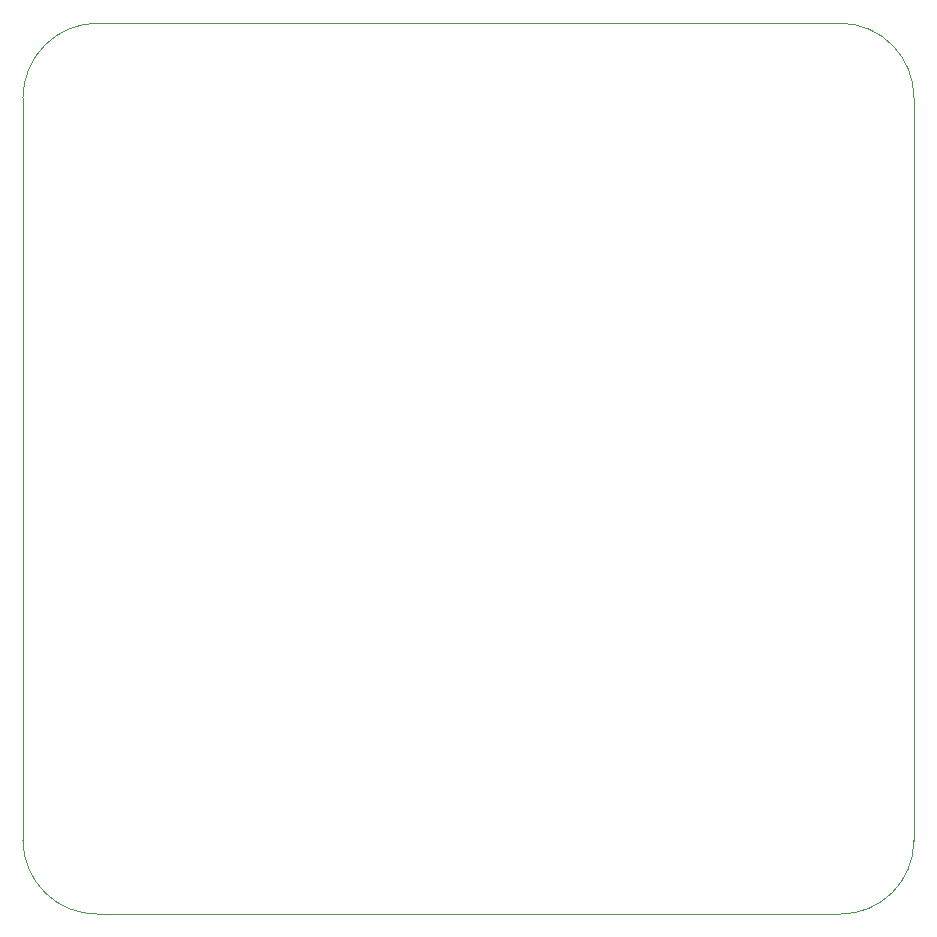
<source format=gm1>
%TF.GenerationSoftware,KiCad,Pcbnew,7.0.11*%
%TF.CreationDate,2024-03-28T06:20:15-04:00*%
%TF.ProjectId,Sensor-Board,53656e73-6f72-42d4-926f-6172642e6b69,rev?*%
%TF.SameCoordinates,Original*%
%TF.FileFunction,Profile,NP*%
%FSLAX46Y46*%
G04 Gerber Fmt 4.6, Leading zero omitted, Abs format (unit mm)*
G04 Created by KiCad (PCBNEW 7.0.11) date 2024-03-28 06:20:15*
%MOMM*%
%LPD*%
G01*
G04 APERTURE LIST*
%TA.AperFunction,Profile*%
%ADD10C,0.100000*%
%TD*%
G04 APERTURE END LIST*
D10*
X99956313Y-127096387D02*
G75*
G03*
X106306327Y-133324387I6288987J60987D01*
G01*
X175394327Y-64236387D02*
X175394327Y-127096387D01*
X106306327Y-57886427D02*
G75*
G03*
X99956327Y-64236387I-27J-6349973D01*
G01*
X99956327Y-64236387D02*
X99956327Y-127096387D01*
X169166327Y-133324427D02*
G75*
G03*
X175394327Y-127096387I-27J6228027D01*
G01*
X175394313Y-64236387D02*
G75*
G03*
X169166327Y-57886387I-6289013J60987D01*
G01*
X169166327Y-133324387D02*
X106306327Y-133324387D01*
X106306327Y-57886387D02*
X169166327Y-57886387D01*
M02*

</source>
